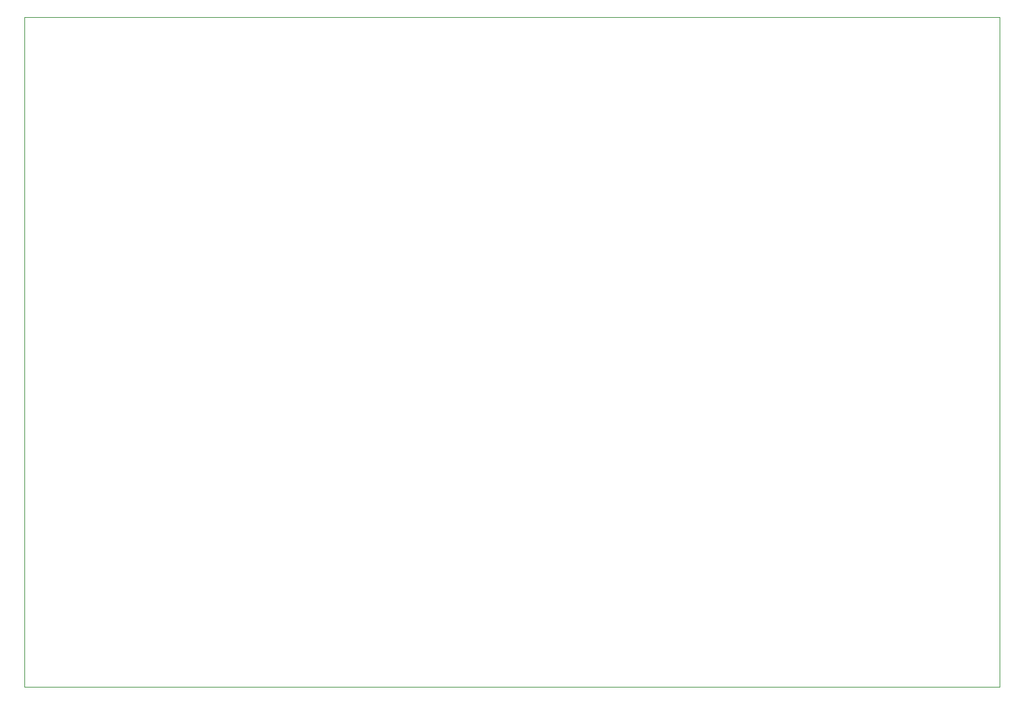
<source format=gm1>
%TF.GenerationSoftware,KiCad,Pcbnew,7.0.1*%
%TF.CreationDate,2023-06-06T18:19:58-03:00*%
%TF.ProjectId,HLI-M,484c492d-4d2e-46b6-9963-61645f706362,rev?*%
%TF.SameCoordinates,Original*%
%TF.FileFunction,Profile,NP*%
%FSLAX46Y46*%
G04 Gerber Fmt 4.6, Leading zero omitted, Abs format (unit mm)*
G04 Created by KiCad (PCBNEW 7.0.1) date 2023-06-06 18:19:58*
%MOMM*%
%LPD*%
G01*
G04 APERTURE LIST*
%TA.AperFunction,Profile*%
%ADD10C,0.050000*%
%TD*%
G04 APERTURE END LIST*
D10*
X65030000Y-28110000D02*
X190230000Y-28110000D01*
X190230000Y-114195000D01*
X65030000Y-114195000D01*
X65030000Y-28110000D01*
M02*

</source>
